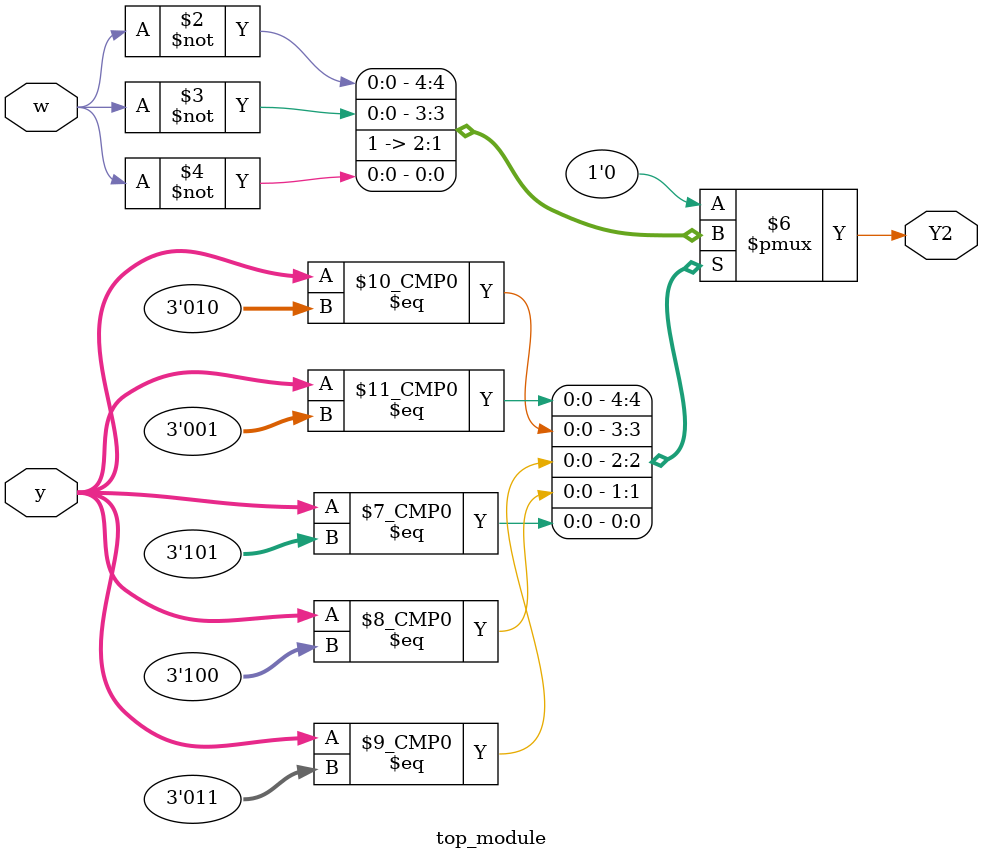
<source format=sv>
module top_module(
    input [3:1] y,
    input w,
    output reg Y2
);
    always @(*) begin
        case(y)
            3'b000: Y2 = 1'b0; // State A
            3'b001: Y2 = ~w;   // State B, 1 when w=0, 0 when w=1
            3'b010: Y2 = ~w;   // State C, 1 when w=0, 0 when w=1
            3'b011: Y2 = 1'b1; // State D
            3'b100: Y2 = 1'b1; // State E
            3'b101: Y2 = ~w;   // State F, 1 when w=0, 0 when w=1
            default: Y2 = 1'b0;
        endcase
    end
endmodule

</source>
